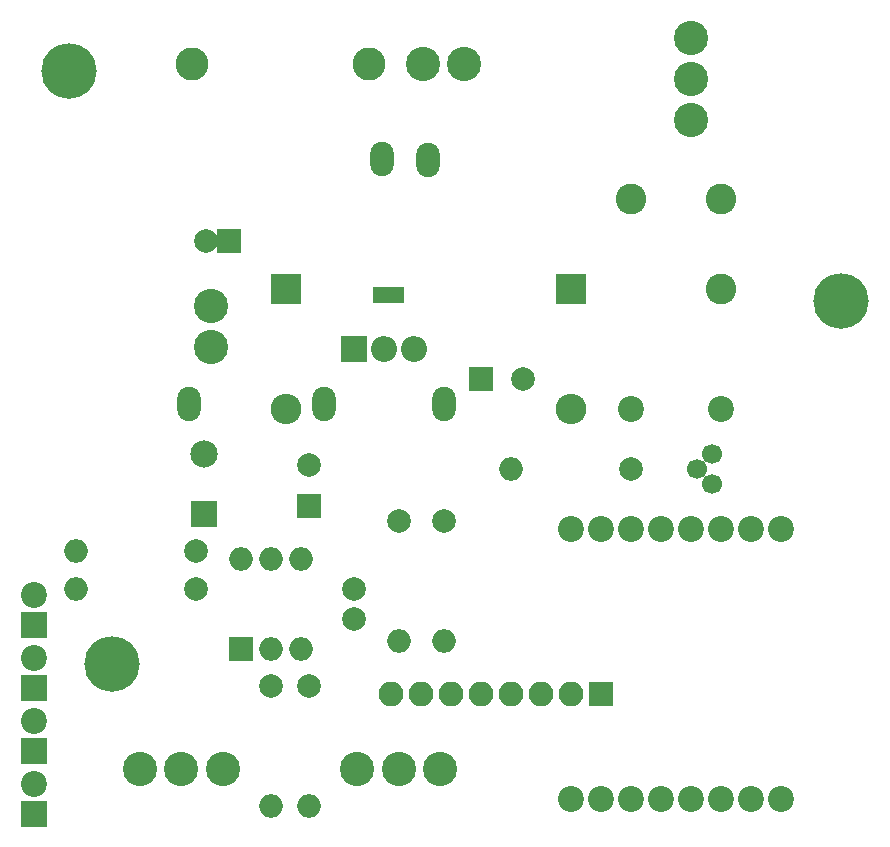
<source format=gbr>
G04 #@! TF.FileFunction,Soldermask,Top*
%FSLAX46Y46*%
G04 Gerber Fmt 4.6, Leading zero omitted, Abs format (unit mm)*
G04 Created by KiCad (PCBNEW 4.0.7) date 02/09/18 10:32:30*
%MOMM*%
%LPD*%
G01*
G04 APERTURE LIST*
%ADD10C,0.100000*%
%ADD11O,2.000000X2.900000*%
%ADD12C,1.700000*%
%ADD13C,2.200000*%
%ADD14C,2.800000*%
%ADD15C,2.000000*%
%ADD16O,2.000000X2.000000*%
%ADD17R,2.100000X2.100000*%
%ADD18O,2.100000X2.100000*%
%ADD19C,2.900000*%
%ADD20C,2.600000*%
%ADD21R,2.200000X2.200000*%
%ADD22O,2.200000X2.200000*%
%ADD23R,2.000000X2.000000*%
%ADD24R,2.600000X2.600000*%
%ADD25O,2.600000X2.600000*%
%ADD26R,2.305000X2.305000*%
%ADD27C,2.305000*%
%ADD28C,4.700000*%
%ADD29R,1.400000X1.400000*%
G04 APERTURE END LIST*
D10*
D11*
X221595000Y-75445000D03*
X217695000Y-75345000D03*
X201295000Y-96105000D03*
X212725000Y-96105000D03*
X222885000Y-96105000D03*
D12*
X244348000Y-101600000D03*
X245618000Y-100330000D03*
X245618000Y-102870000D03*
D13*
X233680000Y-129540000D03*
X236220000Y-129540000D03*
X238760000Y-129540000D03*
X241300000Y-129540000D03*
X243840000Y-129540000D03*
X246380000Y-129540000D03*
X248920000Y-129540000D03*
X251460000Y-129540000D03*
X251460000Y-106680000D03*
X248920000Y-106680000D03*
X246380000Y-106680000D03*
X243840000Y-106680000D03*
X241300000Y-106680000D03*
X238760000Y-106680000D03*
X236220000Y-106680000D03*
X233680000Y-106680000D03*
D14*
X216535000Y-67310000D03*
X201535000Y-67310000D03*
D15*
X222885000Y-106045000D03*
D16*
X222885000Y-116205000D03*
D17*
X236220000Y-120650000D03*
D18*
X233680000Y-120650000D03*
X231140000Y-120650000D03*
X228600000Y-120650000D03*
X226060000Y-120650000D03*
X223520000Y-120650000D03*
X220980000Y-120650000D03*
X218440000Y-120650000D03*
D19*
X224635000Y-67310000D03*
X221135000Y-67310000D03*
D13*
X246380000Y-96520000D03*
X238760000Y-96520000D03*
D20*
X246380000Y-86360000D03*
X246380000Y-78740000D03*
X238760000Y-78740000D03*
D21*
X215265000Y-91440000D03*
D22*
X217805000Y-91440000D03*
X220345000Y-91440000D03*
D23*
X226060000Y-93980000D03*
D15*
X229560000Y-93980000D03*
D23*
X204724000Y-82296000D03*
D15*
X202724000Y-82296000D03*
D23*
X211455000Y-104775000D03*
D15*
X211455000Y-101275000D03*
X215265000Y-114300000D03*
X215265000Y-111800000D03*
D21*
X188214000Y-120142000D03*
D13*
X188214000Y-117602000D03*
D21*
X188214000Y-125476000D03*
D13*
X188214000Y-122936000D03*
D21*
X188214000Y-130810000D03*
D13*
X188214000Y-128270000D03*
D24*
X233680000Y-86360000D03*
D25*
X233680000Y-96520000D03*
D19*
X203200000Y-87785000D03*
X203200000Y-91285000D03*
X215575000Y-127000000D03*
X219075000Y-127000000D03*
X222575000Y-127000000D03*
X197160000Y-127000000D03*
X200660000Y-127000000D03*
X204160000Y-127000000D03*
X243840000Y-72080000D03*
X243840000Y-68580000D03*
X243840000Y-65080000D03*
D26*
X202565000Y-105410000D03*
D27*
X202565000Y-100330000D03*
D15*
X201930000Y-108585000D03*
D16*
X191770000Y-108585000D03*
D15*
X201930000Y-111760000D03*
D16*
X191770000Y-111760000D03*
D15*
X219075000Y-106045000D03*
D16*
X219075000Y-116205000D03*
D15*
X238760000Y-101600000D03*
D16*
X228600000Y-101600000D03*
D15*
X208280000Y-120015000D03*
D16*
X208280000Y-130175000D03*
D15*
X211455000Y-120015000D03*
D16*
X211455000Y-130175000D03*
D23*
X205740000Y-116840000D03*
D16*
X210820000Y-109220000D03*
X208280000Y-116840000D03*
X208280000Y-109220000D03*
X210820000Y-116840000D03*
X205740000Y-109220000D03*
D21*
X188214000Y-114808000D03*
D13*
X188214000Y-112268000D03*
D24*
X209550000Y-86360000D03*
D25*
X209550000Y-96520000D03*
D28*
X194818000Y-118110000D03*
X191135000Y-67945000D03*
X256540000Y-87376000D03*
D29*
X217536000Y-86868000D03*
X218836000Y-86868000D03*
M02*

</source>
